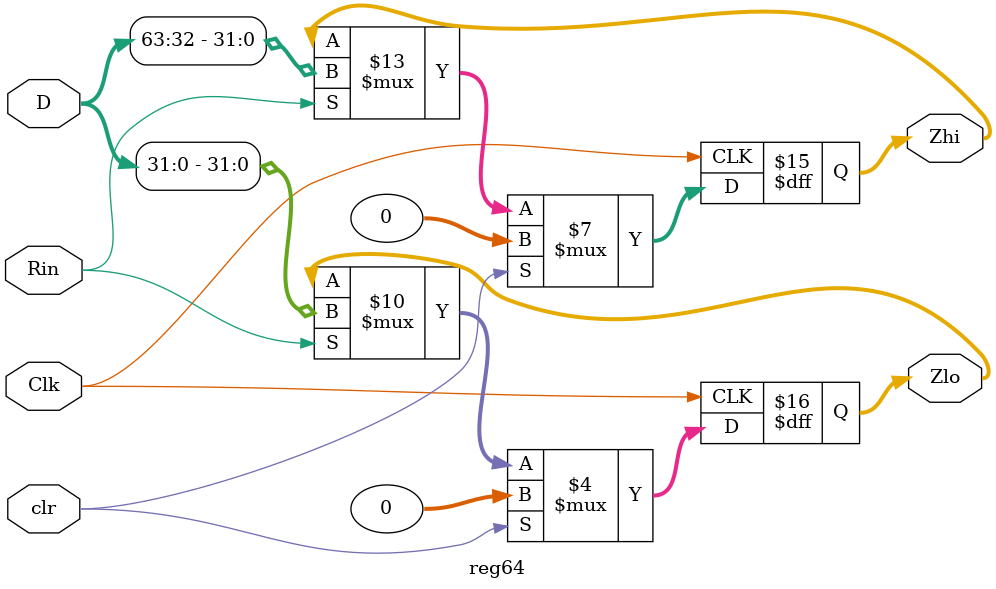
<source format=v>
`timescale 1ns/10ps
module reg64(
	input Clk, clr, Rin,
	input [63:0] D,
	output reg [31:0] Zhi, Zlo
	);
	always@(posedge Clk)
	begin
		if (Rin==1)
		begin
			Zhi = D[63:32];
			Zlo = D[31:0];
		end
		if (clr)
		begin
			Zhi = 32'b0;
			Zlo = 32'b0;
		end
		
	end
endmodule
</source>
